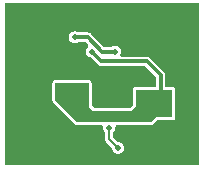
<source format=gbl>
G04*
G04 #@! TF.GenerationSoftware,Altium Limited,Altium Designer,25.5.2 (35)*
G04*
G04 Layer_Physical_Order=4*
G04 Layer_Color=13137664*
%FSLAX24Y24*%
%MOIN*%
G70*
G04*
G04 #@! TF.SameCoordinates,3B20E17A-DEC6-4BF0-B8A2-CF9C5BD55609*
G04*
G04*
G04 #@! TF.FilePolarity,Positive*
G04*
G01*
G75*
%ADD12C,0.0079*%
%ADD33C,0.0118*%
%ADD35C,0.0197*%
%ADD36C,0.0240*%
G36*
X2889Y-2495D02*
X-3578D01*
Y2889D01*
X2889D01*
Y-2495D01*
D02*
G37*
%LPC*%
G36*
X-1240Y1960D02*
X-1263D01*
X-1285Y1958D01*
X-1307Y1953D01*
X-1328Y1946D01*
X-1348Y1936D01*
X-1367Y1924D01*
X-1384Y1910D01*
X-1400Y1894D01*
X-1414Y1877D01*
X-1426Y1858D01*
X-1435Y1838D01*
X-1443Y1817D01*
X-1447Y1795D01*
X-1450Y1773D01*
Y1751D01*
X-1447Y1729D01*
X-1443Y1707D01*
X-1435Y1686D01*
X-1426Y1666D01*
X-1414Y1647D01*
X-1400Y1629D01*
X-1384Y1614D01*
X-1367Y1600D01*
X-1348Y1588D01*
X-1328Y1578D01*
X-1307Y1571D01*
X-1285Y1566D01*
X-1263Y1563D01*
X-1240D01*
X-1218Y1566D01*
X-1197Y1571D01*
X-1176Y1578D01*
X-1155Y1588D01*
X-1137Y1600D01*
X-1133Y1603D01*
X-883D01*
X-798Y1518D01*
X-795Y1502D01*
X-804Y1449D01*
X-808Y1444D01*
X-821Y1433D01*
X-837Y1417D01*
X-851Y1399D01*
X-863Y1381D01*
X-873Y1361D01*
X-880Y1339D01*
X-885Y1318D01*
X-887Y1296D01*
Y1273D01*
X-885Y1251D01*
X-880Y1229D01*
X-873Y1208D01*
X-863Y1188D01*
X-851Y1169D01*
X-837Y1152D01*
X-821Y1136D01*
X-804Y1122D01*
X-785Y1111D01*
X-765Y1101D01*
X-744Y1093D01*
X-722Y1089D01*
X-718Y1088D01*
X-472Y842D01*
X-456Y828D01*
X-439Y817D01*
X-420Y807D01*
X-400Y801D01*
X-380Y797D01*
X-359Y795D01*
X1094D01*
X1455Y435D01*
Y100D01*
X787D01*
X772Y99D01*
X756Y95D01*
X742Y89D01*
X728Y81D01*
X716Y71D01*
X706Y59D01*
X698Y46D01*
X692Y31D01*
X688Y16D01*
X687Y0D01*
Y-510D01*
X588Y-608D01*
X-588D01*
X-687Y-510D01*
Y236D01*
X-688Y252D01*
X-692Y267D01*
X-698Y282D01*
X-706Y295D01*
X-716Y307D01*
X-728Y317D01*
X-742Y326D01*
X-756Y332D01*
X-772Y335D01*
X-787Y337D01*
X-1890D01*
X-1905Y335D01*
X-1921Y332D01*
X-1935Y326D01*
X-1949Y317D01*
X-1961Y307D01*
X-1971Y295D01*
X-1979Y282D01*
X-1985Y267D01*
X-1989Y252D01*
X-1990Y236D01*
Y-354D01*
X-1989Y-370D01*
X-1985Y-385D01*
X-1979Y-400D01*
X-1971Y-413D01*
X-1961Y-425D01*
X-1252Y-1134D01*
X-1240Y-1144D01*
X-1227Y-1152D01*
X-1212Y-1158D01*
X-1197Y-1162D01*
X-1181Y-1163D01*
X-337D01*
X-317Y-1181D01*
X-293Y-1222D01*
X-294Y-1227D01*
X-297Y-1249D01*
Y-1271D01*
X-294Y-1293D01*
X-289Y-1315D01*
X-282Y-1336D01*
X-272Y-1356D01*
X-261Y-1375D01*
X-247Y-1392D01*
X-238Y-1401D01*
Y-1634D01*
X-237Y-1652D01*
X-233Y-1670D01*
X-227Y-1687D01*
X-219Y-1704D01*
X-209Y-1719D01*
X-197Y-1733D01*
X-2Y-1928D01*
Y-1940D01*
X1Y-1962D01*
X6Y-1984D01*
X13Y-2005D01*
X23Y-2025D01*
X35Y-2044D01*
X49Y-2062D01*
X64Y-2077D01*
X82Y-2091D01*
X101Y-2103D01*
X121Y-2113D01*
X142Y-2120D01*
X164Y-2125D01*
X186Y-2128D01*
X208D01*
X230Y-2125D01*
X252Y-2120D01*
X273Y-2113D01*
X293Y-2103D01*
X312Y-2091D01*
X329Y-2077D01*
X345Y-2062D01*
X359Y-2044D01*
X371Y-2025D01*
X380Y-2005D01*
X388Y-1984D01*
X393Y-1962D01*
X395Y-1940D01*
Y-1918D01*
X393Y-1896D01*
X388Y-1874D01*
X380Y-1853D01*
X371Y-1833D01*
X359Y-1814D01*
X345Y-1797D01*
X329Y-1781D01*
X312Y-1767D01*
X293Y-1755D01*
X273Y-1746D01*
X252Y-1738D01*
X230Y-1733D01*
X208Y-1731D01*
X196D01*
X41Y-1576D01*
Y-1401D01*
X50Y-1392D01*
X64Y-1375D01*
X76Y-1356D01*
X85Y-1336D01*
X93Y-1315D01*
X98Y-1293D01*
X100Y-1271D01*
Y-1249D01*
X98Y-1227D01*
X97Y-1222D01*
X120Y-1181D01*
X140Y-1163D01*
X1299D01*
X1315Y-1162D01*
X1330Y-1158D01*
X1345Y-1152D01*
X1358Y-1144D01*
X1370Y-1134D01*
X1498Y-1006D01*
X2008D01*
X2024Y-1005D01*
X2039Y-1001D01*
X2053Y-995D01*
X2067Y-987D01*
X2079Y-976D01*
X2089Y-964D01*
X2097Y-951D01*
X2103Y-937D01*
X2107Y-921D01*
X2108Y-906D01*
Y0D01*
X2107Y16D01*
X2103Y31D01*
X2097Y46D01*
X2089Y59D01*
X2079Y71D01*
X2067Y81D01*
X2053Y89D01*
X2039Y95D01*
X2024Y99D01*
X2008Y100D01*
X1774D01*
Y501D01*
X1772Y521D01*
X1768Y542D01*
X1761Y562D01*
X1752Y580D01*
X1741Y598D01*
X1727Y613D01*
X1273Y1067D01*
X1257Y1081D01*
X1240Y1093D01*
X1221Y1102D01*
X1201Y1109D01*
X1181Y1113D01*
X1160Y1114D01*
X291D01*
X266Y1159D01*
X263Y1173D01*
X272Y1188D01*
X282Y1208D01*
X289Y1229D01*
X294Y1251D01*
X297Y1273D01*
Y1296D01*
X294Y1318D01*
X289Y1339D01*
X282Y1361D01*
X272Y1381D01*
X261Y1399D01*
X247Y1417D01*
X231Y1433D01*
X213Y1447D01*
X195Y1458D01*
X174Y1468D01*
X153Y1475D01*
X132Y1480D01*
X110Y1483D01*
X87D01*
X65Y1480D01*
X43Y1475D01*
X22Y1468D01*
X2Y1458D01*
X-17Y1447D01*
X-20Y1444D01*
X-274D01*
X-704Y1875D01*
X-720Y1888D01*
X-737Y1900D01*
X-756Y1909D01*
X-776Y1916D01*
X-796Y1920D01*
X-817Y1921D01*
X-1133D01*
X-1137Y1924D01*
X-1155Y1936D01*
X-1176Y1946D01*
X-1197Y1953D01*
X-1218Y1958D01*
X-1240Y1960D01*
D02*
G37*
%LPD*%
G36*
X-787Y-551D02*
X-630Y-709D01*
X630D01*
X787Y-551D01*
Y0D01*
X2008D01*
Y-906D01*
X1457D01*
X1299Y-1063D01*
X-1181D01*
X-1890Y-354D01*
Y236D01*
X-787D01*
Y-551D01*
D02*
G37*
D12*
X-98Y-1634D02*
X197Y-1929D01*
X-98Y-1634D02*
Y-1260D01*
D33*
X1160Y955D02*
X1614Y501D01*
X-359Y955D02*
X1160D01*
X-689Y1284D02*
X-359Y955D01*
X-340Y1284D02*
X98D01*
X-817Y1762D02*
X-340Y1284D01*
X-1252Y1762D02*
X-817D01*
X1614Y-197D02*
Y501D01*
D35*
X728Y1627D02*
D03*
X630Y2047D02*
D03*
X98Y1284D02*
D03*
X-689D02*
D03*
X-1252Y1762D02*
D03*
X-1319Y925D02*
D03*
X-344Y-1945D02*
D03*
X197Y-1929D02*
D03*
X827Y-1260D02*
D03*
X2756Y1142D02*
D03*
Y246D02*
D03*
Y-246D02*
D03*
Y-1142D02*
D03*
X1614Y-197D02*
D03*
X1850Y-787D02*
D03*
Y-512D02*
D03*
X-98Y-1260D02*
D03*
X-1673Y-837D02*
D03*
X-2116Y-20D02*
D03*
X-2559D02*
D03*
Y-669D02*
D03*
X630Y2717D02*
D03*
X1732D02*
D03*
X-1029Y2087D02*
D03*
X-2441D02*
D03*
X-1673Y-2362D02*
D03*
X-2559D02*
D03*
X-3465D02*
D03*
Y-1516D02*
D03*
Y2717D02*
D03*
X-1063Y2717D02*
D03*
X-2441D02*
D03*
X-3465Y1870D02*
D03*
Y1024D02*
D03*
X2756Y2717D02*
D03*
X-2559Y-1516D02*
D03*
X-1673D02*
D03*
X-3465Y-669D02*
D03*
X-1457Y98D02*
D03*
X-1742Y98D02*
D03*
X-3465Y177D02*
D03*
D36*
X472Y472D02*
D03*
Y0D02*
D03*
Y-472D02*
D03*
X0D02*
D03*
X-472D02*
D03*
Y0D02*
D03*
Y472D02*
D03*
X0D02*
D03*
Y0D02*
D03*
M02*

</source>
